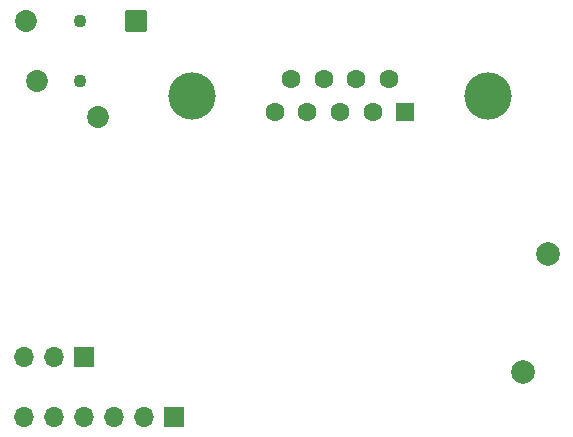
<source format=gbr>
%TF.GenerationSoftware,KiCad,Pcbnew,7.0.7-7.0.7~ubuntu22.04.1*%
%TF.CreationDate,2023-09-02T15:09:26-04:00*%
%TF.ProjectId,avclan-mockingboard-rounded,6176636c-616e-42d6-9d6f-636b696e6762,rev?*%
%TF.SameCoordinates,Original*%
%TF.FileFunction,Soldermask,Bot*%
%TF.FilePolarity,Negative*%
%FSLAX46Y46*%
G04 Gerber Fmt 4.6, Leading zero omitted, Abs format (unit mm)*
G04 Created by KiCad (PCBNEW 7.0.7-7.0.7~ubuntu22.04.1) date 2023-09-02 15:09:26*
%MOMM*%
%LPD*%
G01*
G04 APERTURE LIST*
G04 Aperture macros list*
%AMRoundRect*
0 Rectangle with rounded corners*
0 $1 Rounding radius*
0 $2 $3 $4 $5 $6 $7 $8 $9 X,Y pos of 4 corners*
0 Add a 4 corners polygon primitive as box body*
4,1,4,$2,$3,$4,$5,$6,$7,$8,$9,$2,$3,0*
0 Add four circle primitives for the rounded corners*
1,1,$1+$1,$2,$3*
1,1,$1+$1,$4,$5*
1,1,$1+$1,$6,$7*
1,1,$1+$1,$8,$9*
0 Add four rect primitives between the rounded corners*
20,1,$1+$1,$2,$3,$4,$5,0*
20,1,$1+$1,$4,$5,$6,$7,0*
20,1,$1+$1,$6,$7,$8,$9,0*
20,1,$1+$1,$8,$9,$2,$3,0*%
G04 Aperture macros list end*
%ADD10C,2.000000*%
%ADD11R,1.700000X1.700000*%
%ADD12O,1.700000X1.700000*%
%ADD13C,1.100000*%
%ADD14RoundRect,0.102000X-0.825000X0.825000X-0.825000X-0.825000X0.825000X-0.825000X0.825000X0.825000X0*%
%ADD15C,1.854000*%
%ADD16C,4.000000*%
%ADD17R,1.600000X1.600000*%
%ADD18C,1.600000*%
G04 APERTURE END LIST*
D10*
%TO.C,RV1*%
X49175000Y-22400000D03*
X47025000Y-32400000D03*
%TD*%
D11*
%TO.C,J4*%
X17500000Y-36200000D03*
D12*
X14960000Y-36200000D03*
X12420000Y-36200000D03*
X9880000Y-36200000D03*
X7340000Y-36200000D03*
X4800000Y-36200000D03*
%TD*%
D13*
%TO.C,J1*%
X9500000Y-2750000D03*
X9500000Y-7750000D03*
D14*
X14300000Y-2750000D03*
D15*
X5900000Y-7750000D03*
X11100000Y-10850000D03*
X5000000Y-2750000D03*
%TD*%
D16*
%TO.C,J2*%
X44055000Y-9020000D03*
X19055000Y-9020000D03*
D17*
X37095000Y-10440000D03*
D18*
X34325000Y-10440000D03*
X31555000Y-10440000D03*
X28785000Y-10440000D03*
X26015000Y-10440000D03*
X35710000Y-7600000D03*
X32940000Y-7600000D03*
X30170000Y-7600000D03*
X27400000Y-7600000D03*
%TD*%
D11*
%TO.C,J3*%
X9850000Y-31200000D03*
D12*
X7310000Y-31200000D03*
X4770000Y-31200000D03*
%TD*%
M02*

</source>
